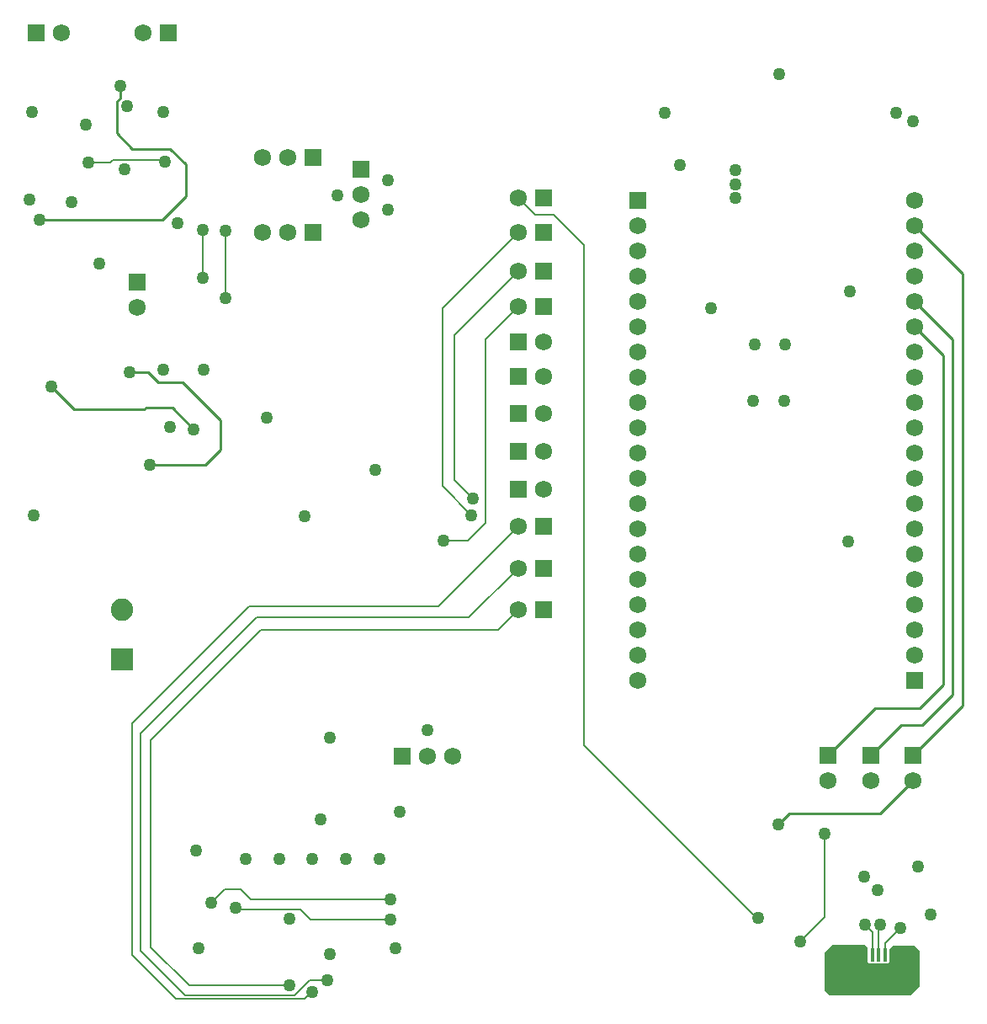
<source format=gbl>
G04*
G04 #@! TF.GenerationSoftware,Altium Limited,Altium Designer,21.0.8 (223)*
G04*
G04 Layer_Physical_Order=4*
G04 Layer_Color=16711680*
%FSLAX25Y25*%
%MOIN*%
G70*
G04*
G04 #@! TF.SameCoordinates,39A8B939-FCF9-4CCB-A2C1-C80A2B419B22*
G04*
G04*
G04 #@! TF.FilePolarity,Positive*
G04*
G01*
G75*
%ADD13C,0.01000*%
%ADD74C,0.00600*%
%ADD75C,0.00750*%
%ADD76C,0.00900*%
%ADD78C,0.07795*%
%ADD79C,0.06228*%
%ADD80R,0.08858X0.08858*%
%ADD81C,0.08858*%
%ADD82C,0.06791*%
%ADD83R,0.06791X0.06791*%
%ADD84R,0.06791X0.06791*%
%ADD85C,0.05000*%
%ADD92R,0.05906X0.06102*%
%ADD93R,0.01575X0.05315*%
G36*
X341000Y22500D02*
Y16500D01*
X341500Y16000D01*
X349000D01*
X349219Y16219D01*
X349282D01*
Y16282D01*
X349500Y16500D01*
Y21500D01*
X351000Y23000D01*
X359500D01*
X361500Y21000D01*
Y7000D01*
X358000Y3500D01*
X326000D01*
X324000Y5500D01*
Y20500D01*
X327000Y23500D01*
X340000D01*
X341000Y22500D01*
D02*
G37*
D13*
X345973Y75500D02*
X358973Y88500D01*
X310000Y75500D02*
X345973D01*
X305500Y71000D02*
X310000Y75500D01*
X359642Y308000D02*
X378500Y289142D01*
Y118027D02*
Y289142D01*
X358973Y98500D02*
X378500Y118027D01*
X371000Y126500D02*
Y256642D01*
X359642Y268000D02*
X359642D01*
X371000Y256642D01*
X359642Y278000D02*
X374500Y263142D01*
Y122500D02*
Y263142D01*
X362500Y110500D02*
X374500Y122500D01*
X354149Y110500D02*
X362500D01*
X342149Y98500D02*
X354149Y110500D01*
X361643Y117143D02*
X371000Y126500D01*
X343968Y117143D02*
X361643D01*
X325324Y98500D02*
X343968Y117143D01*
X43419Y357153D02*
X45000Y358734D01*
X43419Y344581D02*
Y357153D01*
X45000Y358734D02*
Y363500D01*
X43419Y344581D02*
X49500Y338500D01*
X61500Y310500D02*
X70728Y319728D01*
X64500Y338500D02*
X70728Y332272D01*
Y319728D02*
Y332272D01*
X49500Y338500D02*
X64500D01*
X345280Y31004D02*
X345721Y31445D01*
X17500Y244500D02*
X26500Y235500D01*
X54500D01*
X55000Y236000D02*
X65500D01*
X54500Y235500D02*
X55000Y236000D01*
X65500D02*
X74000Y227500D01*
X74000D01*
X12892Y310500D02*
X61500D01*
D74*
X345280Y19477D02*
Y31004D01*
X347895Y19477D02*
Y23895D01*
X354000Y30000D01*
X342776Y19477D02*
Y28389D01*
X339721Y31445D02*
X342776Y28389D01*
X209059Y312500D02*
X216500D01*
X202500Y319059D02*
X209059Y312500D01*
X216500D02*
X228500Y300500D01*
Y102500D02*
X297000Y34000D01*
X228500Y102500D02*
Y300500D01*
X297000Y34000D02*
X297500D01*
X182500Y183500D02*
X189500Y190500D01*
Y263000D02*
X202500Y276000D01*
X189500Y190500D02*
Y263000D01*
X173000Y183500D02*
X182500D01*
X171000Y157500D02*
X202500Y189000D01*
X96000Y157500D02*
X171000D01*
X99000Y153000D02*
X183000D01*
X202500Y172500D01*
X194500Y148000D02*
X202500Y156000D01*
X100500Y148000D02*
X194500D01*
X184000Y193500D02*
X184000D01*
X172500Y205000D02*
Y275425D01*
Y205000D02*
X184000Y193500D01*
X177196Y207304D02*
X184500Y200000D01*
X177196Y207304D02*
Y264643D01*
X57000Y22500D02*
X72117Y7384D01*
X111843D01*
X53000Y21000D02*
X70500Y3500D01*
X114000D01*
X49500Y19500D02*
X67000Y2000D01*
X117982D01*
X172500Y275425D02*
X202500Y305425D01*
X177196Y264643D02*
X202500Y289947D01*
X57000Y104500D02*
X100500Y148000D01*
X49500Y111000D02*
X96000Y157500D01*
X49500Y19500D02*
Y111000D01*
X53000Y107000D02*
X99000Y153000D01*
X53000Y21000D02*
Y107000D01*
X57000Y22500D02*
Y104500D01*
X114000Y3500D02*
X120000Y9500D01*
X127000D01*
X117982Y2000D02*
X120844Y4862D01*
X91000Y37500D02*
X116308D01*
X96500Y41500D02*
X152000D01*
X90500Y38000D02*
X91000Y37500D01*
X116308D02*
X120348Y33461D01*
X151796D01*
X86291Y45500D02*
X92500D01*
X80862Y40071D02*
X86291Y45500D01*
X92500D02*
X96500Y41500D01*
D75*
X42000Y334000D02*
X62000D01*
X40985Y332985D02*
X42000Y334000D01*
X62000D02*
X62500Y333500D01*
X32125Y332985D02*
X40985D01*
X324000Y34500D02*
Y67500D01*
X314134Y24634D02*
X324000Y34500D01*
X86358Y279270D02*
Y305858D01*
X86500Y306000D01*
X77500Y287500D02*
Y306500D01*
D76*
X56000Y250000D02*
X60000Y246000D01*
X69500D02*
X84500Y231000D01*
X60000Y246000D02*
X69500D01*
X48500Y250000D02*
X56000D01*
X84500Y219500D02*
Y231000D01*
X78500Y213500D02*
X84500Y219500D01*
X56500Y213500D02*
X78500D01*
D78*
X328997Y8847D02*
D03*
X356556D02*
D03*
D79*
X332934Y19477D02*
D03*
X352619D02*
D03*
D80*
X45500Y136500D02*
D03*
D81*
Y156185D02*
D03*
D82*
X359642Y318000D02*
D03*
Y308000D02*
D03*
Y298000D02*
D03*
Y288000D02*
D03*
Y278000D02*
D03*
Y268000D02*
D03*
Y258000D02*
D03*
Y248000D02*
D03*
Y238000D02*
D03*
Y228000D02*
D03*
Y218000D02*
D03*
Y208000D02*
D03*
Y198000D02*
D03*
Y188000D02*
D03*
Y178000D02*
D03*
Y168000D02*
D03*
Y158000D02*
D03*
Y148000D02*
D03*
Y138000D02*
D03*
X140077Y320484D02*
D03*
Y310484D02*
D03*
X111032Y335203D02*
D03*
X101032D02*
D03*
X111032Y305343D02*
D03*
X101032D02*
D03*
X176500Y97890D02*
D03*
X166500D02*
D03*
X342149Y88500D02*
D03*
X325324D02*
D03*
X250000Y128000D02*
D03*
Y138000D02*
D03*
Y148000D02*
D03*
Y158000D02*
D03*
Y168000D02*
D03*
Y178000D02*
D03*
Y188000D02*
D03*
Y198000D02*
D03*
Y208000D02*
D03*
Y218000D02*
D03*
Y228000D02*
D03*
Y238000D02*
D03*
Y248000D02*
D03*
Y258000D02*
D03*
Y268000D02*
D03*
Y278000D02*
D03*
Y288000D02*
D03*
Y298000D02*
D03*
Y308000D02*
D03*
X202500Y156000D02*
D03*
Y172500D02*
D03*
Y189000D02*
D03*
X212500Y203875D02*
D03*
Y218750D02*
D03*
Y233625D02*
D03*
Y248500D02*
D03*
Y262000D02*
D03*
X202500Y276000D02*
D03*
Y319059D02*
D03*
X51437Y275739D02*
D03*
X54000Y384500D02*
D03*
X21500D02*
D03*
X202500Y305425D02*
D03*
Y289947D02*
D03*
X358973Y88500D02*
D03*
D83*
X359642Y128000D02*
D03*
X140077Y330484D02*
D03*
X342149Y98500D02*
D03*
X325324D02*
D03*
X250000Y318000D02*
D03*
X51437Y285739D02*
D03*
X358973Y98500D02*
D03*
D84*
X121032Y335203D02*
D03*
Y305343D02*
D03*
X156500Y97890D02*
D03*
X212500Y156000D02*
D03*
Y172500D02*
D03*
Y189000D02*
D03*
X202500Y203875D02*
D03*
Y218750D02*
D03*
Y233625D02*
D03*
Y248500D02*
D03*
Y262000D02*
D03*
X212500Y276000D02*
D03*
Y319059D02*
D03*
X64000Y384500D02*
D03*
X11500D02*
D03*
X212500Y305425D02*
D03*
Y289947D02*
D03*
D85*
X333083Y182961D02*
D03*
X297500Y34000D02*
D03*
X305500Y71000D02*
D03*
X146000Y211500D02*
D03*
X173000Y183500D02*
D03*
X184000Y193500D02*
D03*
X184500Y200000D02*
D03*
X120844Y4862D02*
D03*
X127000Y9500D02*
D03*
X111843Y7384D02*
D03*
X288500Y330000D02*
D03*
Y324500D02*
D03*
X266500Y332000D02*
D03*
X260500Y352590D02*
D03*
X352142D02*
D03*
X151000Y314500D02*
D03*
Y326000D02*
D03*
X288500Y319000D02*
D03*
X366000Y35500D02*
D03*
X354000Y30000D02*
D03*
X345000Y45000D02*
D03*
X339500Y50500D02*
D03*
X361000Y54500D02*
D03*
X62500Y333500D02*
D03*
X128000Y105390D02*
D03*
X124161Y73084D02*
D03*
X111750Y33750D02*
D03*
X166500Y108500D02*
D03*
X155422Y75878D02*
D03*
X74878Y60653D02*
D03*
X151796Y33461D02*
D03*
X90500Y38000D02*
D03*
X152000Y41500D02*
D03*
X80862Y40071D02*
D03*
X154000Y22000D02*
D03*
X76000D02*
D03*
X134250Y57500D02*
D03*
X121000D02*
D03*
X107750D02*
D03*
X94500D02*
D03*
X147500D02*
D03*
X127710Y19549D02*
D03*
X324000Y67500D02*
D03*
X314134Y24634D02*
D03*
X334000Y282000D02*
D03*
X307898Y238726D02*
D03*
X295507Y238705D02*
D03*
X296283Y261035D02*
D03*
X308045Y261119D02*
D03*
X279000Y275500D02*
D03*
X86358Y279270D02*
D03*
X77500Y287500D02*
D03*
X86500Y306000D02*
D03*
X77500Y306500D02*
D03*
X359000Y349500D02*
D03*
X306000Y368000D02*
D03*
X118000Y193000D02*
D03*
X103000Y232000D02*
D03*
X56500Y213500D02*
D03*
X48500Y250000D02*
D03*
X10500Y193500D02*
D03*
X78000Y251000D02*
D03*
X64500Y228500D02*
D03*
X62000Y251000D02*
D03*
X17500Y244500D02*
D03*
X74000Y227500D02*
D03*
X131000Y320000D02*
D03*
X31326Y347986D02*
D03*
X32125Y332985D02*
D03*
X45000Y363500D02*
D03*
X36500Y293000D02*
D03*
X12892Y310500D02*
D03*
X67500Y309000D02*
D03*
X62000Y353000D02*
D03*
X10000D02*
D03*
X9000Y318500D02*
D03*
X25500Y317500D02*
D03*
X46500Y330500D02*
D03*
X47500Y355500D02*
D03*
X339721Y31445D02*
D03*
X345721D02*
D03*
D92*
X338839Y8847D02*
D03*
X346713D02*
D03*
D93*
X337658Y19477D02*
D03*
X340217D02*
D03*
X342776D02*
D03*
X345336D02*
D03*
X347895D02*
D03*
M02*

</source>
